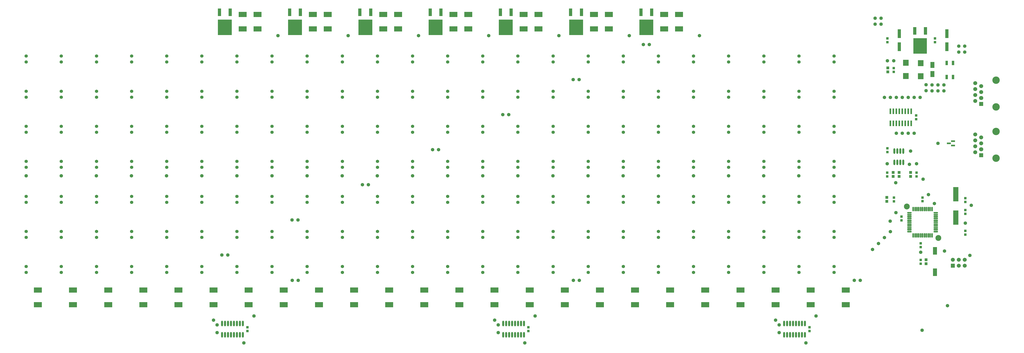
<source format=gts>
%FSLAX25Y25*%
%MOIN*%
G70*
G01*
G75*
G04 Layer_Color=8388736*
%ADD10O,0.02165X0.06890*%
%ADD11O,0.06890X0.02165*%
%ADD12R,0.12992X0.07874*%
%ADD13O,0.02362X0.08661*%
%ADD14R,0.03543X0.03543*%
%ADD15C,0.03937*%
%ADD16R,0.03347X0.03347*%
%ADD17R,0.03937X0.03937*%
%ADD18R,0.06299X0.11811*%
%ADD19R,0.07874X0.23622*%
%ADD20R,0.06299X0.02362*%
%ADD21R,0.04921X0.12008*%
%ADD22R,0.04724X0.13780*%
%ADD23R,0.08661X0.09252*%
%ADD24R,0.06102X0.09252*%
%ADD25R,0.03347X0.06693*%
%ADD26R,0.21850X0.25590*%
%ADD27R,0.22638X0.25590*%
%ADD28R,0.02362X0.08661*%
%ADD29C,0.05000*%
%ADD30C,0.02000*%
%ADD31C,0.01500*%
%ADD32C,0.02500*%
%ADD33C,0.03000*%
%ADD34C,0.01000*%
%ADD35C,0.04724*%
%ADD36C,0.04724*%
%ADD37R,0.05906X0.05906*%
%ADD38C,0.05906*%
%ADD39C,0.05906*%
%ADD40C,0.06299*%
%ADD41C,0.11614*%
%ADD42R,0.05906X0.05906*%
%ADD43C,0.05000*%
%ADD44C,0.02362*%
%ADD45C,0.00984*%
%ADD46C,0.00787*%
%ADD47O,0.02965X0.07690*%
%ADD48O,0.07690X0.02965*%
%ADD49R,0.13792X0.08674*%
%ADD50O,0.03162X0.09461*%
%ADD51R,0.04343X0.04343*%
%ADD52C,0.09843*%
%ADD53R,0.04147X0.04147*%
%ADD54R,0.04737X0.04737*%
%ADD55R,0.07099X0.12611*%
%ADD56R,0.08674X0.24422*%
%ADD57R,0.07099X0.03162*%
%ADD58R,0.05721X0.12808*%
%ADD59R,0.05524X0.14579*%
%ADD60R,0.09461X0.10052*%
%ADD61R,0.06902X0.10052*%
%ADD62R,0.04147X0.07493*%
%ADD63R,0.22650X0.26391*%
%ADD64R,0.23438X0.26391*%
%ADD65R,0.03162X0.09461*%
%ADD66C,0.05524*%
%ADD67C,0.05524*%
%ADD68R,0.06706X0.06706*%
%ADD69C,0.06706*%
%ADD70C,0.06706*%
%ADD71C,0.07099*%
%ADD72C,0.12414*%
%ADD73R,0.06706X0.06706*%
%ADD74C,0.05800*%
D47*
X1640929Y288666D02*
D03*
X1637779D02*
D03*
X1634630D02*
D03*
X1631480D02*
D03*
X1628331D02*
D03*
X1615732D02*
D03*
X1612583D02*
D03*
X1609433D02*
D03*
X1612583Y333154D02*
D03*
X1615732D02*
D03*
X1618882D02*
D03*
X1628331D02*
D03*
X1631480D02*
D03*
X1640929D02*
D03*
X1637779D02*
D03*
X1634630D02*
D03*
X1625181D02*
D03*
X1622032D02*
D03*
X1609433D02*
D03*
X1618882Y288666D02*
D03*
X1622032D02*
D03*
X1625181D02*
D03*
D48*
X1602937Y307760D02*
D03*
Y317209D02*
D03*
Y320358D02*
D03*
Y323508D02*
D03*
Y326658D02*
D03*
X1647425Y295162D02*
D03*
Y298311D02*
D03*
Y301461D02*
D03*
Y304610D02*
D03*
Y307760D02*
D03*
Y310910D02*
D03*
Y314059D02*
D03*
Y317209D02*
D03*
Y320358D02*
D03*
Y323508D02*
D03*
Y326658D02*
D03*
X1602937Y314059D02*
D03*
Y310910D02*
D03*
Y304610D02*
D03*
Y301461D02*
D03*
Y298311D02*
D03*
Y295162D02*
D03*
D49*
X137795Y196551D02*
D03*
X196850D02*
D03*
X255906D02*
D03*
X314961D02*
D03*
X374016D02*
D03*
X433071D02*
D03*
X492126D02*
D03*
X551181D02*
D03*
X610236D02*
D03*
X669291D02*
D03*
X728346D02*
D03*
X787402D02*
D03*
X846457D02*
D03*
X905512D02*
D03*
X964567D02*
D03*
X1023622D02*
D03*
X1082677D02*
D03*
X1141732D02*
D03*
X1200787D02*
D03*
X1259842D02*
D03*
X1318898D02*
D03*
X1377953D02*
D03*
X1437008D02*
D03*
X1496063D02*
D03*
Y172142D02*
D03*
X1023622D02*
D03*
X1437008D02*
D03*
X964567D02*
D03*
X1377953D02*
D03*
X905512D02*
D03*
X1318898D02*
D03*
X846457D02*
D03*
X1259842D02*
D03*
X787402D02*
D03*
X1200787D02*
D03*
X728346D02*
D03*
X1141732D02*
D03*
X669291D02*
D03*
X1082677D02*
D03*
X610236D02*
D03*
X551181D02*
D03*
X492126D02*
D03*
X433071D02*
D03*
X374016D02*
D03*
X314961D02*
D03*
X255906D02*
D03*
X196850D02*
D03*
X137795D02*
D03*
X507028Y660705D02*
D03*
X625139Y660705D02*
D03*
X743249D02*
D03*
X861359D02*
D03*
Y636295D02*
D03*
X979469Y660705D02*
D03*
X1097579D02*
D03*
X1215690D02*
D03*
X482028Y660705D02*
D03*
X600139D02*
D03*
X718249D02*
D03*
X836359Y636295D02*
D03*
Y660705D02*
D03*
X954469D02*
D03*
X1072579D02*
D03*
X1190690D02*
D03*
X507028Y636295D02*
D03*
X625139Y636295D02*
D03*
X743249D02*
D03*
X979469D02*
D03*
X1097579D02*
D03*
X1215690D02*
D03*
X482028Y636295D02*
D03*
X600139D02*
D03*
X718249D02*
D03*
X954469D02*
D03*
X1072579D02*
D03*
X1190690D02*
D03*
D50*
X1427413Y140189D02*
D03*
X1422413D02*
D03*
X1417413D02*
D03*
X1412413D02*
D03*
X1407413D02*
D03*
X1402413D02*
D03*
X1397413D02*
D03*
X1392413D02*
D03*
Y121291D02*
D03*
X1397413D02*
D03*
X1402413D02*
D03*
X1407413D02*
D03*
X1412413D02*
D03*
X1417413D02*
D03*
X1422413D02*
D03*
X1427413D02*
D03*
X1577571Y430654D02*
D03*
X1592571Y411756D02*
D03*
X1587571D02*
D03*
X1582571D02*
D03*
X1577571D02*
D03*
X1592571Y430654D02*
D03*
X1587571D02*
D03*
X1582571D02*
D03*
X472532Y140189D02*
D03*
X467531D02*
D03*
X462532D02*
D03*
X457531D02*
D03*
Y121291D02*
D03*
X462532D02*
D03*
X467531D02*
D03*
X472532D02*
D03*
X944973Y140189D02*
D03*
X939972D02*
D03*
X934972D02*
D03*
X929972D02*
D03*
X944973Y121291D02*
D03*
X939972D02*
D03*
X934972D02*
D03*
X929972D02*
D03*
X954972Y140189D02*
D03*
X924973D02*
D03*
X919973D02*
D03*
X924973Y121291D02*
D03*
X949973D02*
D03*
X954972D02*
D03*
X482531Y140189D02*
D03*
X452531D02*
D03*
X447532D02*
D03*
X452531Y121291D02*
D03*
X477531D02*
D03*
X482531D02*
D03*
X949973Y140189D02*
D03*
X919973Y121291D02*
D03*
X477531Y140189D02*
D03*
X447532Y121291D02*
D03*
D51*
X1434913Y133890D02*
D03*
Y127591D02*
D03*
X1622071Y241055D02*
D03*
Y247354D02*
D03*
X1697071Y351354D02*
D03*
Y345055D02*
D03*
X1622071Y275354D02*
D03*
Y269055D02*
D03*
X1697071Y290055D02*
D03*
Y296354D02*
D03*
X1625181Y346205D02*
D03*
Y352504D02*
D03*
X1697071Y325055D02*
D03*
Y331354D02*
D03*
X1566071Y620354D02*
D03*
X1646071D02*
D03*
Y614055D02*
D03*
X1566071D02*
D03*
X490031Y133890D02*
D03*
Y127591D02*
D03*
X962473D02*
D03*
Y133890D02*
D03*
X1589764Y313917D02*
D03*
X1614500Y484350D02*
D03*
Y490650D02*
D03*
X1589764Y320216D02*
D03*
X1566000Y429055D02*
D03*
Y435355D02*
D03*
D52*
X1598669Y337504D02*
D03*
X1651772Y284303D02*
D03*
D53*
X1577071Y346055D02*
D03*
Y352354D02*
D03*
X1565571Y394354D02*
D03*
X1615071Y394354D02*
D03*
X1565571Y388055D02*
D03*
X1615071Y388055D02*
D03*
X1576571Y570354D02*
D03*
Y564055D02*
D03*
D54*
X1631071Y240858D02*
D03*
Y247551D02*
D03*
X1565071Y345858D02*
D03*
Y352551D02*
D03*
X1575571Y394551D02*
D03*
X1605071Y394551D02*
D03*
X1575571Y387858D02*
D03*
X1605071Y387858D02*
D03*
X1585571Y394551D02*
D03*
Y387858D02*
D03*
X1566768Y564055D02*
D03*
Y570748D02*
D03*
D55*
X1646071Y226705D02*
D03*
Y262846D02*
D03*
D56*
X1681071Y318705D02*
D03*
Y358075D02*
D03*
D57*
X1676331Y439965D02*
D03*
Y447445D02*
D03*
X1669244Y443705D02*
D03*
D58*
X1612055Y633149D02*
D03*
X1630087D02*
D03*
X579194Y664445D02*
D03*
X561084D02*
D03*
X697304Y664445D02*
D03*
X679194D02*
D03*
X815414D02*
D03*
X797304D02*
D03*
X933524D02*
D03*
X915414D02*
D03*
X1051635D02*
D03*
X1033524D02*
D03*
X1169745D02*
D03*
X1151635D02*
D03*
X442973Y664445D02*
D03*
X461084D02*
D03*
D59*
X1586071Y628205D02*
D03*
X1666071Y628205D02*
D03*
Y606205D02*
D03*
X1586071Y606205D02*
D03*
D60*
X1597071Y579205D02*
D03*
X1622071Y578728D02*
D03*
Y556681D02*
D03*
X1597071Y557158D02*
D03*
D61*
X1641571Y560205D02*
D03*
Y575756D02*
D03*
D62*
X1665815Y555394D02*
D03*
X1676327D02*
D03*
Y579016D02*
D03*
X1665815D02*
D03*
D63*
X1621071Y607756D02*
D03*
D64*
X806359Y639051D02*
D03*
X1160690D02*
D03*
X1042579D02*
D03*
X924469D02*
D03*
X688249D02*
D03*
X570139Y639051D02*
D03*
X452028D02*
D03*
D65*
X1571000Y477264D02*
D03*
X1576000D02*
D03*
X1581000D02*
D03*
X1586000D02*
D03*
X1591000D02*
D03*
X1596000D02*
D03*
X1601000D02*
D03*
X1606000D02*
D03*
X1571000Y497736D02*
D03*
X1576000D02*
D03*
X1581000D02*
D03*
X1586000D02*
D03*
X1591000D02*
D03*
X1596000D02*
D03*
X1601000D02*
D03*
X1606000D02*
D03*
D66*
X472441Y531496D02*
D03*
Y521496D02*
D03*
X590551Y236221D02*
D03*
Y226220D02*
D03*
X649606Y236221D02*
D03*
Y226220D02*
D03*
X708661Y236221D02*
D03*
Y226220D02*
D03*
X767717Y236221D02*
D03*
Y226220D02*
D03*
X826772Y236221D02*
D03*
Y226220D02*
D03*
X885827Y236221D02*
D03*
Y226220D02*
D03*
X944882Y236221D02*
D03*
Y226220D02*
D03*
X1003937Y236221D02*
D03*
Y226220D02*
D03*
X1062992Y236221D02*
D03*
Y226220D02*
D03*
X1122047Y236221D02*
D03*
Y226220D02*
D03*
X1181102Y236221D02*
D03*
Y226220D02*
D03*
X1240158Y236221D02*
D03*
Y226220D02*
D03*
X1299213Y236221D02*
D03*
Y226220D02*
D03*
X1358268Y236221D02*
D03*
Y226220D02*
D03*
X1417323Y236221D02*
D03*
Y226220D02*
D03*
X1476378Y236221D02*
D03*
Y226220D02*
D03*
X118110Y236221D02*
D03*
Y226220D02*
D03*
X177165Y236221D02*
D03*
Y226220D02*
D03*
X236221Y236221D02*
D03*
Y226220D02*
D03*
X295276Y236221D02*
D03*
Y226220D02*
D03*
X354331Y236221D02*
D03*
Y226220D02*
D03*
X413386Y236221D02*
D03*
Y226220D02*
D03*
X472441Y236221D02*
D03*
Y226220D02*
D03*
X531496Y236221D02*
D03*
Y226220D02*
D03*
X590551Y580551D02*
D03*
Y521496D02*
D03*
Y462441D02*
D03*
Y403386D02*
D03*
Y344331D02*
D03*
Y285276D02*
D03*
X649606Y580551D02*
D03*
Y521496D02*
D03*
Y462441D02*
D03*
Y403386D02*
D03*
Y344331D02*
D03*
Y285276D02*
D03*
X708661Y580551D02*
D03*
Y521496D02*
D03*
Y462441D02*
D03*
Y403386D02*
D03*
Y344331D02*
D03*
Y285276D02*
D03*
X767717Y580551D02*
D03*
Y521496D02*
D03*
Y462441D02*
D03*
Y403386D02*
D03*
Y344331D02*
D03*
Y285276D02*
D03*
X826772Y580551D02*
D03*
Y521496D02*
D03*
Y462441D02*
D03*
Y403386D02*
D03*
Y344331D02*
D03*
Y285276D02*
D03*
X885827Y580551D02*
D03*
Y521496D02*
D03*
Y462441D02*
D03*
Y403386D02*
D03*
Y344331D02*
D03*
Y285276D02*
D03*
X944882Y580551D02*
D03*
Y521496D02*
D03*
Y462441D02*
D03*
Y403386D02*
D03*
Y344331D02*
D03*
Y285276D02*
D03*
X1003937Y580551D02*
D03*
Y521496D02*
D03*
Y462441D02*
D03*
Y403386D02*
D03*
Y344331D02*
D03*
X118110Y580551D02*
D03*
Y521496D02*
D03*
Y462441D02*
D03*
Y403386D02*
D03*
Y344331D02*
D03*
Y285276D02*
D03*
X177165Y580551D02*
D03*
Y521496D02*
D03*
Y462441D02*
D03*
Y403386D02*
D03*
Y344331D02*
D03*
Y285276D02*
D03*
X236221Y580551D02*
D03*
Y521496D02*
D03*
Y462441D02*
D03*
Y403386D02*
D03*
Y344331D02*
D03*
Y285276D02*
D03*
X295276Y580551D02*
D03*
Y521496D02*
D03*
Y462441D02*
D03*
Y403386D02*
D03*
Y344331D02*
D03*
Y285276D02*
D03*
X354331Y580551D02*
D03*
Y521496D02*
D03*
Y462441D02*
D03*
Y403386D02*
D03*
Y344331D02*
D03*
Y285276D02*
D03*
X413386Y580551D02*
D03*
Y521496D02*
D03*
Y462441D02*
D03*
Y403386D02*
D03*
Y344331D02*
D03*
Y285276D02*
D03*
X472441Y580551D02*
D03*
Y462441D02*
D03*
Y403386D02*
D03*
Y344331D02*
D03*
Y285276D02*
D03*
X531496Y580551D02*
D03*
Y521496D02*
D03*
Y462441D02*
D03*
Y403386D02*
D03*
Y344331D02*
D03*
Y285276D02*
D03*
X1062992Y580551D02*
D03*
Y521496D02*
D03*
Y462441D02*
D03*
Y403386D02*
D03*
Y344331D02*
D03*
Y285276D02*
D03*
X1122047Y580551D02*
D03*
Y462441D02*
D03*
Y403386D02*
D03*
Y344331D02*
D03*
Y285276D02*
D03*
X1181102Y580551D02*
D03*
Y521496D02*
D03*
Y462441D02*
D03*
Y403386D02*
D03*
Y344331D02*
D03*
Y285276D02*
D03*
X1240158Y580551D02*
D03*
Y521496D02*
D03*
Y462441D02*
D03*
Y403386D02*
D03*
Y344331D02*
D03*
Y285276D02*
D03*
X1299213Y580551D02*
D03*
Y521496D02*
D03*
Y462441D02*
D03*
Y403386D02*
D03*
Y344331D02*
D03*
Y285276D02*
D03*
X1358268Y580551D02*
D03*
Y521496D02*
D03*
Y462441D02*
D03*
Y403386D02*
D03*
Y344331D02*
D03*
Y285276D02*
D03*
X1417323Y580551D02*
D03*
Y521496D02*
D03*
Y462441D02*
D03*
Y403386D02*
D03*
X1417323Y344331D02*
D03*
X1417323Y285276D02*
D03*
X1476378Y580551D02*
D03*
Y521496D02*
D03*
Y462441D02*
D03*
Y403386D02*
D03*
Y344331D02*
D03*
Y285276D02*
D03*
X118110Y590551D02*
D03*
X177165D02*
D03*
X236221D02*
D03*
X295276D02*
D03*
X354331D02*
D03*
X413386D02*
D03*
X472441D02*
D03*
X531496D02*
D03*
X590551D02*
D03*
X649606D02*
D03*
X708661D02*
D03*
X767717D02*
D03*
X826772D02*
D03*
X885827D02*
D03*
X944882D02*
D03*
X1003937D02*
D03*
X1062992D02*
D03*
X1122047D02*
D03*
X1181102D02*
D03*
X1240158D02*
D03*
X1299213D02*
D03*
X1358268D02*
D03*
X1417323D02*
D03*
X1476378D02*
D03*
X177165Y531496D02*
D03*
X236221D02*
D03*
X295276D02*
D03*
X354331D02*
D03*
X413386D02*
D03*
X531496D02*
D03*
X590551D02*
D03*
X649606D02*
D03*
X708661D02*
D03*
X767717D02*
D03*
X826772D02*
D03*
X885827D02*
D03*
X944882D02*
D03*
X1003937D02*
D03*
X1062992D02*
D03*
X1181102D02*
D03*
X1240158D02*
D03*
X1299213D02*
D03*
X1358268D02*
D03*
X1417323D02*
D03*
X1476378D02*
D03*
X118110Y472441D02*
D03*
X177165D02*
D03*
X236221D02*
D03*
X295276D02*
D03*
X354331D02*
D03*
X413386D02*
D03*
X472441D02*
D03*
X531496D02*
D03*
X590551D02*
D03*
X649606D02*
D03*
X708661D02*
D03*
X767717D02*
D03*
X826772D02*
D03*
X885827D02*
D03*
X944882D02*
D03*
X1003937D02*
D03*
X1062992D02*
D03*
X1122047D02*
D03*
X1181102D02*
D03*
X1240158D02*
D03*
X1299213D02*
D03*
X1358268D02*
D03*
X1417323D02*
D03*
X1476378D02*
D03*
X118110Y413386D02*
D03*
X177165D02*
D03*
X236221D02*
D03*
X295276D02*
D03*
X354331D02*
D03*
X413386D02*
D03*
X472441D02*
D03*
X531496D02*
D03*
X590551D02*
D03*
X649606D02*
D03*
X708661D02*
D03*
X767717D02*
D03*
X826772D02*
D03*
X885827D02*
D03*
X944882D02*
D03*
X1003937D02*
D03*
X1062992D02*
D03*
X1122047D02*
D03*
X1181102D02*
D03*
X1240158D02*
D03*
X1299213D02*
D03*
X1358268D02*
D03*
X1417323D02*
D03*
X1476378D02*
D03*
X118110Y354331D02*
D03*
X177165D02*
D03*
X236221D02*
D03*
X295276D02*
D03*
X354331D02*
D03*
X413386D02*
D03*
X472441D02*
D03*
X531496D02*
D03*
X590551D02*
D03*
X649606D02*
D03*
X708661D02*
D03*
X767717D02*
D03*
X826772D02*
D03*
X885827D02*
D03*
X944882D02*
D03*
X1003937D02*
D03*
X1062992D02*
D03*
X1122047D02*
D03*
X1181102D02*
D03*
X1240158D02*
D03*
X1299213D02*
D03*
X1358268D02*
D03*
X1417323D02*
D03*
X1476378D02*
D03*
X118110Y295276D02*
D03*
X177165D02*
D03*
X236221D02*
D03*
X295276D02*
D03*
X354331D02*
D03*
X413386D02*
D03*
X472441D02*
D03*
X531496D02*
D03*
X590551D02*
D03*
X649606D02*
D03*
X708661D02*
D03*
X767717D02*
D03*
X826772D02*
D03*
X885827D02*
D03*
X944882D02*
D03*
X1062992D02*
D03*
X1122047D02*
D03*
X1181102D02*
D03*
X1240158D02*
D03*
X1299213D02*
D03*
X1358268D02*
D03*
X1417323D02*
D03*
X1476378D02*
D03*
X1003937D02*
D03*
Y285276D02*
D03*
X1122047Y531496D02*
D03*
Y521496D02*
D03*
D67*
X118110Y531496D02*
D03*
D68*
X1676071Y237551D02*
D03*
D69*
Y247551D02*
D03*
X1686071Y237551D02*
D03*
Y247551D02*
D03*
X1696071Y237551D02*
D03*
Y247551D02*
D03*
D70*
X1713571Y448705D02*
D03*
Y438705D02*
D03*
X1723571Y443705D02*
D03*
X1713575Y535043D02*
D03*
Y525043D02*
D03*
X1723575Y530043D02*
D03*
X1713575Y515043D02*
D03*
X1723575Y540043D02*
D03*
X1713575Y545043D02*
D03*
X1713571Y428705D02*
D03*
X1723571Y453705D02*
D03*
X1713571Y458705D02*
D03*
D71*
X1723571Y433705D02*
D03*
X1723575Y520043D02*
D03*
D72*
X1748571Y418705D02*
D03*
Y463705D02*
D03*
X1748575Y505043D02*
D03*
Y550043D02*
D03*
D73*
X1723575Y510043D02*
D03*
X1723571Y423705D02*
D03*
D74*
X1446000Y153000D02*
D03*
X1384000Y138000D02*
D03*
X1428913Y107740D02*
D03*
X1384000Y125000D02*
D03*
X1378000Y146000D02*
D03*
X1704811Y254961D02*
D03*
X1667071Y170205D02*
D03*
X1622071Y260205D02*
D03*
X1603071Y408205D02*
D03*
X1626071Y383205D02*
D03*
X1580500Y327000D02*
D03*
X1645071Y342205D02*
D03*
X1661000Y542000D02*
D03*
X1631071Y542205D02*
D03*
Y532205D02*
D03*
X1661000Y532000D02*
D03*
X1651000Y542000D02*
D03*
X1641000D02*
D03*
Y532000D02*
D03*
X1651000D02*
D03*
X1662071Y262205D02*
D03*
X1707071Y339205D02*
D03*
X1697071Y309205D02*
D03*
X1570800Y312800D02*
D03*
X1635071Y357205D02*
D03*
X1580071Y377205D02*
D03*
X1686071Y607205D02*
D03*
X1696071D02*
D03*
Y597205D02*
D03*
X1686071D02*
D03*
X1566071Y582705D02*
D03*
X1651071Y443705D02*
D03*
X1565571Y409205D02*
D03*
X1615071D02*
D03*
X1576571Y582705D02*
D03*
X1605071Y430705D02*
D03*
X905559Y146000D02*
D03*
X433118D02*
D03*
X1616071Y602205D02*
D03*
Y612205D02*
D03*
X1626071Y602205D02*
D03*
Y612205D02*
D03*
X439118Y125000D02*
D03*
X911559D02*
D03*
X956472Y107740D02*
D03*
X484031D02*
D03*
X1165700Y610100D02*
D03*
X1155700D02*
D03*
X1037590Y551045D02*
D03*
X1047590D02*
D03*
X919479Y491990D02*
D03*
X929480D02*
D03*
X801369Y432935D02*
D03*
X811369D02*
D03*
X683259Y373880D02*
D03*
X693259D02*
D03*
X565149Y314824D02*
D03*
X575149D02*
D03*
X447039Y255769D02*
D03*
X457039D02*
D03*
X1561000Y285000D02*
D03*
X1551000Y275000D02*
D03*
X1541000Y265000D02*
D03*
X1571000Y295000D02*
D03*
X1621000Y521000D02*
D03*
X1611000D02*
D03*
X1601000D02*
D03*
X1591000D02*
D03*
X1581000D02*
D03*
X1571000D02*
D03*
X1561000D02*
D03*
X1611000Y460528D02*
D03*
X1601000D02*
D03*
X1591000D02*
D03*
X1581000D02*
D03*
X1250000Y625000D02*
D03*
X1131890Y625000D02*
D03*
X1013780Y625000D02*
D03*
X895669D02*
D03*
X777559Y625000D02*
D03*
X659449D02*
D03*
X541339Y625000D02*
D03*
X911559Y138000D02*
D03*
X973559Y153000D02*
D03*
X501118D02*
D03*
X439118Y138000D02*
D03*
X1510400Y213000D02*
D03*
X1520400D02*
D03*
X1047959D02*
D03*
X1037959D02*
D03*
X575518D02*
D03*
X565518D02*
D03*
X1545500Y644500D02*
D03*
X1555500D02*
D03*
Y654500D02*
D03*
X1545500D02*
D03*
X1624500Y129000D02*
D03*
X708500Y389000D02*
D03*
X767555D02*
D03*
X826610D02*
D03*
X885665D02*
D03*
X944720D02*
D03*
X1062831D02*
D03*
X1003776D02*
D03*
X1121886D02*
D03*
X1239996D02*
D03*
X1299051D02*
D03*
X1358106Y389000D02*
D03*
X1417161D02*
D03*
X1476217Y389000D02*
D03*
X1180941Y389000D02*
D03*
X649445Y389000D02*
D03*
X590390Y389000D02*
D03*
X531335D02*
D03*
X472280D02*
D03*
X413224Y389000D02*
D03*
X354169Y389000D02*
D03*
X295114D02*
D03*
X236059D02*
D03*
X177004D02*
D03*
X117949D02*
D03*
M02*

</source>
